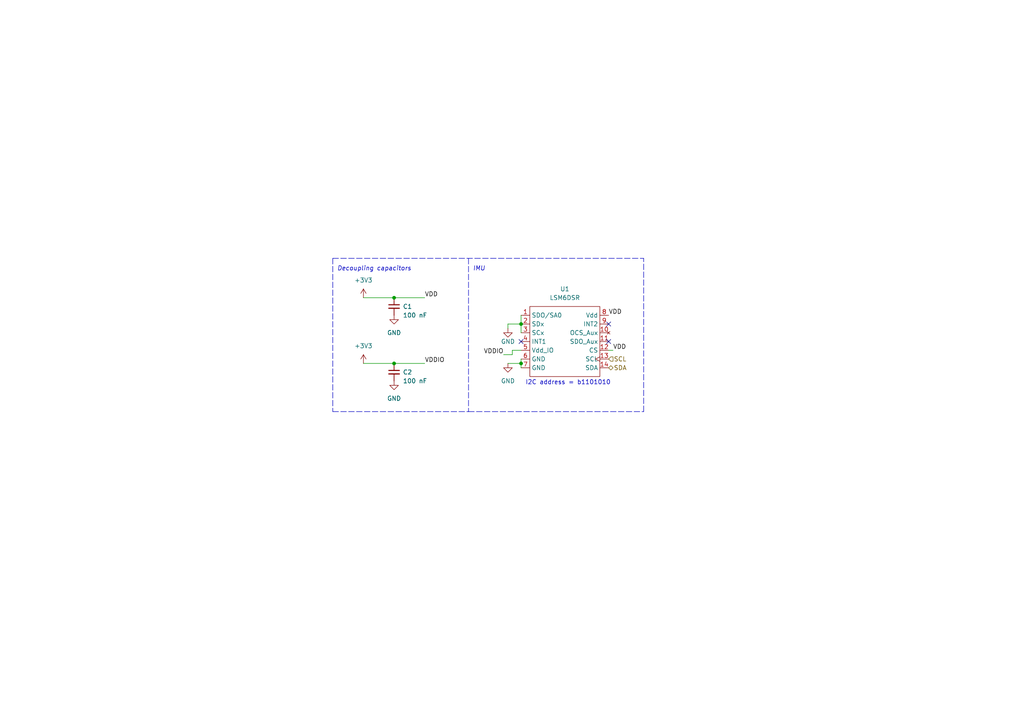
<source format=kicad_sch>
(kicad_sch (version 20211123) (generator eeschema)
  (paper "A4")
  (title_block (title "IMU IC") (date "2022-10-23") (rev "2") (company "Longhorn Racing"))
  (lib_symbols
    (symbol "Device:C_Small" (pin_numbers hide) (pin_names (offset 0.254) hide)
      (property "Reference" "C" (at 0.254 1.778 0))
      (property "Value" "C_Small" (at 0.254 -2.032 0))
      (symbol "C_Small_0_1"
        (polyline (pts (xy -1.524 -0.508) (xy 1.524 -0.508)) (stroke (width 0.3302)))
        (polyline (pts (xy -1.524 0.508) (xy 1.524 0.508)) (stroke (width 0.3048)))
      )
      (symbol "C_Small_1_1"
        (pin passive line (at 0 2.54 270) (length 2.032) (name "~") (number "1"))
        (pin passive line (at 0 -2.54 90) (length 2.032) (name "~") (number "2"))
      )
    )
    (symbol "IMUs:LSM6DSR"
      (property "Reference" "U" (at 0 10.16 0))
      (property "Value" "LSM6DSR" (at 0 -12.7 0))
      (symbol "LSM6DSR_0_1"
        (rectangle (start -10.16 8.89) (end 10.16 -11.43))
      )
      (symbol "LSM6DSR_1_1"
        (pin output line (at -12.7 6.35 0) (length 2.54) (name "SDO/SA0") (number "1"))
        (pin no_connect line (at 12.7 1.27 180) (length 2.54) (name "OCS_Aux") (number "10"))
        (pin power_in line (at 12.7 -1.27 180) (length 2.54) (name "SDO_Aux") (number "11"))
        (pin input line (at 12.7 -3.81 180) (length 2.54) (name "CS") (number "12"))
        (pin input clock (at 12.7 -6.35 180) (length 2.54) (name "SCL") (number "13"))
        (pin input line (at 12.7 -8.89 180) (length 2.54) (name "SDA") (number "14"))
        (pin input line (at -12.7 3.81 0) (length 2.54) (name "SDx") (number "2"))
        (pin input line (at -12.7 1.27 0) (length 2.54) (name "SCx") (number "3"))
        (pin output line (at -12.7 -1.27 0) (length 2.54) (name "INT1") (number "4"))
        (pin power_in line (at -12.7 -3.81 0) (length 2.54) (name "Vdd_IO") (number "5"))
        (pin power_in line (at -12.7 -6.35 0) (length 2.54) (name "GND") (number "6"))
        (pin power_in line (at -12.7 -8.89 0) (length 2.54) (name "GND") (number "7"))
        (pin power_in line (at 12.7 6.35 180) (length 2.54) (name "Vdd") (number "8"))
        (pin output line (at 12.7 3.81 180) (length 2.54) (name "INT2") (number "9"))
      )
    )
    (symbol "power:+3V3" (power) (pin_names (offset 0))
      (property "Value" "+3V3" (at 0 3.556 0))
      (symbol "+3V3_0_1"
        (polyline (pts (xy -0.762 1.27) (xy 0 2.54)))
        (polyline (pts (xy 0 0) (xy 0 2.54)))
        (polyline (pts (xy 0 2.54) (xy 0.762 1.27)))
      )
      (symbol "+3V3_1_1"
        (pin power_in line (at 0 0 90) (length 0) hide (name "+3V3") (number "1"))
      )
    )
    (symbol "power:GND" (power) (pin_names (offset 0))
      (property "Value" "GND" (at 0 -3.81 0))
      (symbol "GND_0_1"
        (polyline (pts (xy 0 0) (xy 0 -1.27) (xy 1.27 -1.27) (xy 0 -2.54) (xy -1.27 -1.27) (xy 0 -1.27)))
      )
      (symbol "GND_1_1"
        (pin power_in line (at 0 0 270) (length 0) hide (name "GND") (number "1"))
      )
    )
  )
  (junction (at 151.13 93.98))
  (junction (at 151.13 105.41))
  (junction (at 114.3 86.36))
  (junction (at 114.3 105.41))
  (no_connect (at 176.53 99.06))
  (no_connect (at 151.13 99.06))
  (no_connect (at 176.53 93.98))
  (wire (pts (xy 146.05 102.87) (xy 148.59 102.87)))
  (wire (pts (xy 105.41 105.41) (xy 114.3 105.41)))
  (polyline (pts (xy 96.52 74.93) (xy 96.52 119.38)))
  (polyline (pts (xy 96.52 74.93) (xy 186.69 74.93)))
  (wire (pts (xy 147.32 105.41) (xy 151.13 105.41)))
  (wire (pts (xy 114.3 105.41) (xy 123.19 105.41)))
  (wire (pts (xy 148.59 102.87) (xy 148.59 101.6)))
  (wire (pts (xy 177.8 101.6) (xy 176.53 101.6)))
  (wire (pts (xy 148.59 101.6) (xy 151.13 101.6)))
  (polyline (pts (xy 135.89 119.38) (xy 186.69 119.38)))
  (wire (pts (xy 151.13 93.98) (xy 151.13 96.52)))
  (polyline (pts (xy 135.89 74.93) (xy 135.89 119.38)))
  (polyline (pts (xy 186.69 119.38) (xy 186.69 74.93)))
  (polyline (pts (xy 96.52 119.38) (xy 135.89 119.38)))
  (wire (pts (xy 151.13 91.44) (xy 151.13 93.98)))
  (wire (pts (xy 105.41 86.36) (xy 114.3 86.36)))
  (wire (pts (xy 147.32 93.98) (xy 147.32 95.25)))
  (wire (pts (xy 147.32 93.98) (xy 151.13 93.98)))
  (wire (pts (xy 151.13 105.41) (xy 151.13 106.68)))
  (wire (pts (xy 151.13 104.14) (xy 151.13 105.41)))
  (wire (pts (xy 114.3 86.36) (xy 123.19 86.36)))
  (text "IMU" (at 137.16 78.74 0) (effects (font (size 1.27 1.27) italic) (justify left bottom)))
  (text "Decoupling capacitors" (at 97.79 78.74 0) (effects (font (size 1.27 1.27) italic) (justify left bottom)))
  (text "I2C address = b1101010" (at 152.4 111.76 0) (effects (font (size 1.27 1.27)) (justify left bottom)))
  (label "VDD" (at 176.53 91.44 0))
  (label "VDDIO" (at 123.19 105.41 0))
  (label "VDD" (at 123.19 86.36 0))
  (label "VDDIO" (at 146.05 102.87 180))
  (label "VDD" (at 177.8 101.6 0))
  (hierarchical_label "SCL" (shape input) (at 176.53 104.14 0) (effects (font (size 1.28 1.28))))
  (hierarchical_label "SDA" (shape bidirectional) (at 176.53 106.68 0) (effects (font (size 1.28 1.28))))
  (symbol (lib_id "power:GND") (at 114.3 110.49 0) (unit 1)
    (property "Reference" "#PWR011" (effects hide))
    (property "Value" "GND" (at 114.3 115.57 0))
  )
  (symbol (lib_id "power:GND") (at 114.3 91.44 0) (unit 1)
    (property "Reference" "#PWR010" (effects hide))
    (property "Value" "GND" (at 114.3 96.52 0))
  )
  (symbol (lib_id "power:GND") (at 147.32 105.41 0) (unit 1)
    (property "Reference" "#PWR013" (effects hide))
    (property "Value" "GND" (at 147.32 110.49 0))
  )
  (symbol (lib_id "power:+3V3") (at 105.41 86.36 0) (unit 1)
    (property "Reference" "#PWR08" (effects hide))
    (property "Value" "+3V3" (at 105.41 81.28 0))
  )
  (symbol (lib_id "Device:C_Small") (at 114.3 88.9 0) (unit 1)
    (property "Reference" "C1" (at 116.84 88.9062 0) (effects (justify left)))
    (property "Value" "100 nF" (at 116.84 91.44 0) (effects (justify left)))
    (property "Footprint" "Capacitor_SMD:C_0603_1608Metric_Pad1.08x0.95mm_HandSolder" (effects hide))
    (property "Datasheet" "https://datasheet.lcsc.com/lcsc/1810191219_Samsung-Electro-Mechanics-CL05B104KO5NNNC_C1525.pdf" (effects hide))
  )
  (symbol (lib_id "power:GND") (at 147.32 95.25 0) (unit 1)
    (property "Reference" "#PWR012" (effects hide))
    (property "Value" "GND" (at 147.32 99.06 0))
  )
  (symbol (lib_id "power:+3V3") (at 105.41 105.41 0) (unit 1)
    (property "Reference" "#PWR09" (effects hide))
    (property "Value" "+3V3" (at 105.41 100.33 0))
  )
  (symbol (lib_id "IMUs:LSM6DSR") (at 163.83 97.79 0) (unit 1)
    (property "Reference" "U1" (at 163.83 83.82 0))
    (property "Value" "LSM6DSR" (at 163.83 86.36 0))
    (property "Footprint" "Package_LGA:LGA-14L_3x2.5mm_P0.86mm" (effects hide))
    (property "Datasheet" "https://www.st.com/resource/en/datasheet/lsm6dsr.pdf" (effects hide))
  )
  (symbol (lib_id "Device:C_Small") (at 114.3 107.95 0) (unit 1)
    (property "Reference" "C2" (at 116.84 107.9562 0) (effects (justify left)))
    (property "Value" "100 nF" (at 116.84 110.49 0) (effects (justify left)))
    (property "Footprint" "Capacitor_SMD:C_0603_1608Metric_Pad1.08x0.95mm_HandSolder" (effects hide))
    (property "Datasheet" "https://datasheet.lcsc.com/lcsc/1810191219_Samsung-Electro-Mechanics-CL05B104KO5NNNC_C1525.pdf" (effects hide))
  )
)
</source>
